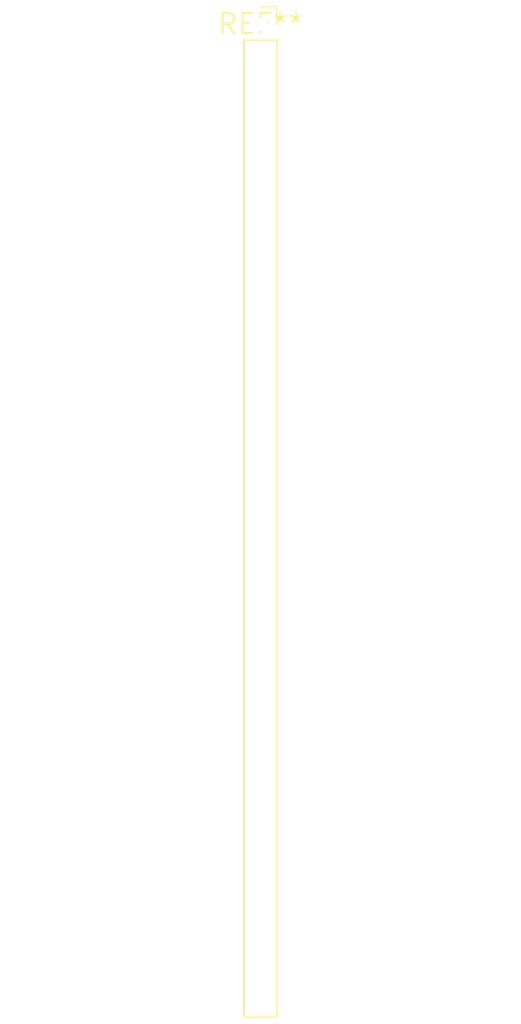
<source format=kicad_pcb>
(kicad_pcb (version 20240108) (generator pcbnew)
  (layers (0 "F.Cu" signal) (31 "B.Cu" signal) (34 "B.Paste" user) (35 "F.Paste" user) (36 "B.SilkS" user "B.Silkscreen") (37 "F.SilkS" user "F.Silkscreen") (38 "B.Mask" user) (39 "F.Mask" user) (44 "Edge.Cuts" user))
  (net 0 "")
  (footprint "PinSocket_1x32_P2.00mm_Vertical" (layer "F.Cu") (at 0 0)
    (property "Reference" "REF**")
    (property "Value" "PinSocket_1x32_P2.00mm_Vertical")
    (fp_line (start -1.06 1) (end -1.06 63.06) (layer "F.SilkS") (stroke (width 0.12)))
    (fp_line (start -1.06 1) (end 1.06 1) (layer "F.SilkS") (stroke (width 0.12)))
    (fp_line (start -1.06 63.06) (end 1.06 63.06) (layer "F.SilkS") (stroke (width 0.12)))
    (fp_line (start 0 -1.06) (end 1.06 -1.06) (layer "F.SilkS") (stroke (width 0.12)))
    (fp_line (start 1.06 -1.06) (end 1.06 0) (layer "F.SilkS") (stroke (width 0.12)))
    (fp_line (start 1.06 1) (end 1.06 63.06) (layer "F.SilkS") (stroke (width 0.12)))
    (pad "1" thru_hole rect (at 0 0) (size 1.35 1.35) (drill 0.8) (layers *.Cu *.Mask) (remove_unused_layers))
    (pad "2" thru_hole oval (at 0 2) (size 1.35 1.35) (drill 0.8) (layers *.Cu *.Mask) (remove_unused_layers))
    (pad "3" thru_hole oval (at 0 4) (size 1.35 1.35) (drill 0.8) (layers *.Cu *.Mask) (remove_unused_layers))
    (pad "4" thru_hole oval (at 0 6) (size 1.35 1.35) (drill 0.8) (layers *.Cu *.Mask) (remove_unused_layers))
    (pad "5" thru_hole oval (at 0 8) (size 1.35 1.35) (drill 0.8) (layers *.Cu *.Mask) (remove_unused_layers))
    (pad "6" thru_hole oval (at 0 10) (size 1.35 1.35) (drill 0.8) (layers *.Cu *.Mask) (remove_unused_layers))
    (pad "7" thru_hole oval (at 0 12) (size 1.35 1.35) (drill 0.8) (layers *.Cu *.Mask) (remove_unused_layers))
    (pad "8" thru_hole oval (at 0 14) (size 1.35 1.35) (drill 0.8) (layers *.Cu *.Mask) (remove_unused_layers))
    (pad "9" thru_hole oval (at 0 16) (size 1.35 1.35) (drill 0.8) (layers *.Cu *.Mask) (remove_unused_layers))
    (pad "10" thru_hole oval (at 0 18) (size 1.35 1.35) (drill 0.8) (layers *.Cu *.Mask) (remove_unused_layers))
    (pad "11" thru_hole oval (at 0 20) (size 1.35 1.35) (drill 0.8) (layers *.Cu *.Mask) (remove_unused_layers))
    (pad "12" thru_hole oval (at 0 22) (size 1.35 1.35) (drill 0.8) (layers *.Cu *.Mask) (remove_unused_layers))
    (pad "13" thru_hole oval (at 0 24) (size 1.35 1.35) (drill 0.8) (layers *.Cu *.Mask) (remove_unused_layers))
    (pad "14" thru_hole oval (at 0 26) (size 1.35 1.35) (drill 0.8) (layers *.Cu *.Mask) (remove_unused_layers))
    (pad "15" thru_hole oval (at 0 28) (size 1.35 1.35) (drill 0.8) (layers *.Cu *.Mask) (remove_unused_layers))
    (pad "16" thru_hole oval (at 0 30) (size 1.35 1.35) (drill 0.8) (layers *.Cu *.Mask) (remove_unused_layers))
    (pad "17" thru_hole oval (at 0 32) (size 1.35 1.35) (drill 0.8) (layers *.Cu *.Mask) (remove_unused_layers))
    (pad "18" thru_hole oval (at 0 34) (size 1.35 1.35) (drill 0.8) (layers *.Cu *.Mask) (remove_unused_layers))
    (pad "19" thru_hole oval (at 0 36) (size 1.35 1.35) (drill 0.8) (layers *.Cu *.Mask) (remove_unused_layers))
    (pad "20" thru_hole oval (at 0 38) (size 1.35 1.35) (drill 0.8) (layers *.Cu *.Mask) (remove_unused_layers))
    (pad "21" thru_hole oval (at 0 40) (size 1.35 1.35) (drill 0.8) (layers *.Cu *.Mask) (remove_unused_layers))
    (pad "22" thru_hole oval (at 0 42) (size 1.35 1.35) (drill 0.8) (layers *.Cu *.Mask) (remove_unused_layers))
    (pad "23" thru_hole oval (at 0 44) (size 1.35 1.35) (drill 0.8) (layers *.Cu *.Mask) (remove_unused_layers))
    (pad "24" thru_hole oval (at 0 46) (size 1.35 1.35) (drill 0.8) (layers *.Cu *.Mask) (remove_unused_layers))
    (pad "25" thru_hole oval (at 0 48) (size 1.35 1.35) (drill 0.8) (layers *.Cu *.Mask) (remove_unused_layers))
    (pad "26" thru_hole oval (at 0 50) (size 1.35 1.35) (drill 0.8) (layers *.Cu *.Mask) (remove_unused_layers))
    (pad "27" thru_hole oval (at 0 52) (size 1.35 1.35) (drill 0.8) (layers *.Cu *.Mask) (remove_unused_layers))
    (pad "28" thru_hole oval (at 0 54) (size 1.35 1.35) (drill 0.8) (layers *.Cu *.Mask) (remove_unused_layers))
    (pad "29" thru_hole oval (at 0 56) (size 1.35 1.35) (drill 0.8) (layers *.Cu *.Mask) (remove_unused_layers))
    (pad "30" thru_hole oval (at 0 58) (size 1.35 1.35) (drill 0.8) (layers *.Cu *.Mask) (remove_unused_layers))
    (pad "31" thru_hole oval (at 0 60) (size 1.35 1.35) (drill 0.8) (layers *.Cu *.Mask) (remove_unused_layers))
    (pad "32" thru_hole oval (at 0 62) (size 1.35 1.35) (drill 0.8) (layers *.Cu *.Mask) (remove_unused_layers))
  )
)
</source>
